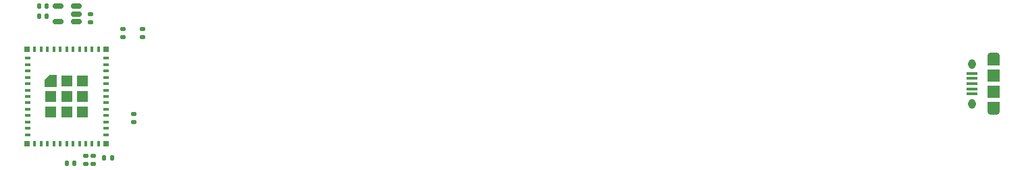
<source format=gbr>
%TF.GenerationSoftware,KiCad,Pcbnew,7.0.9*%
%TF.CreationDate,2024-01-25T10:28:19-08:00*%
%TF.ProjectId,Max7219_FC16,4d617837-3231-4395-9f46-4331362e6b69,rev?*%
%TF.SameCoordinates,Original*%
%TF.FileFunction,Paste,Bot*%
%TF.FilePolarity,Positive*%
%FSLAX46Y46*%
G04 Gerber Fmt 4.6, Leading zero omitted, Abs format (unit mm)*
G04 Created by KiCad (PCBNEW 7.0.9) date 2024-01-25 10:28:19*
%MOMM*%
%LPD*%
G01*
G04 APERTURE LIST*
G04 Aperture macros list*
%AMRoundRect*
0 Rectangle with rounded corners*
0 $1 Rounding radius*
0 $2 $3 $4 $5 $6 $7 $8 $9 X,Y pos of 4 corners*
0 Add a 4 corners polygon primitive as box body*
4,1,4,$2,$3,$4,$5,$6,$7,$8,$9,$2,$3,0*
0 Add four circle primitives for the rounded corners*
1,1,$1+$1,$2,$3*
1,1,$1+$1,$4,$5*
1,1,$1+$1,$6,$7*
1,1,$1+$1,$8,$9*
0 Add four rect primitives between the rounded corners*
20,1,$1+$1,$2,$3,$4,$5,0*
20,1,$1+$1,$4,$5,$6,$7,0*
20,1,$1+$1,$6,$7,$8,$9,0*
20,1,$1+$1,$8,$9,$2,$3,0*%
%AMFreePoly0*
4,1,6,0.725000,-0.725000,-0.125000,-0.725000,-0.725000,-0.125000,-0.725000,0.725000,0.725000,0.725000,0.725000,-0.725000,0.725000,-0.725000,$1*%
G04 Aperture macros list end*
%ADD10RoundRect,0.135000X-0.185000X0.135000X-0.185000X-0.135000X0.185000X-0.135000X0.185000X0.135000X0*%
%ADD11R,1.550000X1.500000*%
%ADD12R,1.550000X1.200000*%
%ADD13R,1.350000X0.400000*%
%ADD14O,0.950000X1.250000*%
%ADD15O,1.550000X0.890000*%
%ADD16RoundRect,0.140000X0.140000X0.170000X-0.140000X0.170000X-0.140000X-0.170000X0.140000X-0.170000X0*%
%ADD17RoundRect,0.150000X0.512500X0.150000X-0.512500X0.150000X-0.512500X-0.150000X0.512500X-0.150000X0*%
%ADD18RoundRect,0.140000X-0.140000X-0.170000X0.140000X-0.170000X0.140000X0.170000X-0.140000X0.170000X0*%
%ADD19R,0.400000X0.800000*%
%ADD20R,0.800000X0.400000*%
%ADD21R,1.450000X1.450000*%
%ADD22FreePoly0,270.000000*%
%ADD23R,0.700000X0.700000*%
G04 APERTURE END LIST*
D10*
%TO.C,R10*%
X48666400Y-56784000D03*
X48666400Y-57804000D03*
%TD*%
%TO.C,R9*%
X42646600Y-62012400D03*
X42646600Y-63032400D03*
%TD*%
%TO.C,R8*%
X43637200Y-62014400D03*
X43637200Y-63034400D03*
%TD*%
D11*
%TO.C,J1*%
X156438600Y-52000000D03*
D12*
X156438600Y-55900000D03*
D11*
X156438600Y-54000000D03*
D12*
X156438600Y-50100000D03*
D13*
X153738600Y-54300000D03*
X153738600Y-53650000D03*
X153738600Y-53000000D03*
X153738600Y-52350000D03*
X153738600Y-51700000D03*
D14*
X153738600Y-50500000D03*
X153738600Y-55500000D03*
D15*
X156438600Y-56500000D03*
X156438600Y-49500000D03*
%TD*%
D16*
%TO.C,C8*%
X41269800Y-63007000D03*
X40309800Y-63007000D03*
%TD*%
%TO.C,C7*%
X44988600Y-62295800D03*
X45948600Y-62295800D03*
%TD*%
D17*
%TO.C,U10*%
X41518000Y-43281600D03*
X41518000Y-44231600D03*
X41518000Y-45181600D03*
X39243000Y-45181600D03*
X39243000Y-43281600D03*
%TD*%
D10*
%TO.C,R7*%
X43256200Y-44297600D03*
X43256200Y-45317600D03*
%TD*%
%TO.C,R6*%
X49758600Y-46089000D03*
X49758600Y-47109000D03*
%TD*%
%TO.C,R5*%
X47345600Y-47117000D03*
X47345600Y-46097000D03*
%TD*%
D18*
%TO.C,C6*%
X37815400Y-44500800D03*
X36855400Y-44500800D03*
%TD*%
%TO.C,C5*%
X37764600Y-43281600D03*
X36804600Y-43281600D03*
%TD*%
D19*
%TO.C,U9*%
X36292000Y-48700000D03*
X37092000Y-48700000D03*
X37892000Y-48700000D03*
X38692000Y-48700000D03*
X39492000Y-48700000D03*
X40292000Y-48700000D03*
X41092000Y-48700000D03*
X41892000Y-48700000D03*
X42692000Y-48700000D03*
X43492000Y-48700000D03*
X44292000Y-48700000D03*
D20*
X45192000Y-49800000D03*
X45192000Y-50600000D03*
X45192000Y-51400000D03*
X45192000Y-52200000D03*
X45192000Y-53000000D03*
X45192000Y-53800000D03*
X45192000Y-54600000D03*
X45192000Y-55400000D03*
X45192000Y-56200000D03*
X45192000Y-57000000D03*
X45192000Y-57800000D03*
X45192000Y-58600000D03*
X45192000Y-59400000D03*
D19*
X44292000Y-60500000D03*
X43492000Y-60500000D03*
X42692000Y-60500000D03*
X41892000Y-60500000D03*
X41092000Y-60500000D03*
X40292000Y-60500000D03*
X39492000Y-60500000D03*
X38692000Y-60500000D03*
X37892000Y-60500000D03*
X37092000Y-60500000D03*
X36292000Y-60500000D03*
D20*
X35392000Y-59400000D03*
X35392000Y-58600000D03*
X35392000Y-57800000D03*
X35392000Y-57000000D03*
X35392000Y-56200000D03*
X35392000Y-55400000D03*
X35392000Y-54600000D03*
X35392000Y-53800000D03*
X35392000Y-53000000D03*
X35392000Y-52200000D03*
X35392000Y-51400000D03*
X35392000Y-50600000D03*
X35392000Y-49800000D03*
D21*
X42267000Y-52625000D03*
X40292000Y-52625000D03*
D22*
X38317000Y-52625000D03*
D21*
X42267000Y-54600000D03*
X40292000Y-54600000D03*
X38317000Y-54600000D03*
X42267000Y-56575000D03*
X40292000Y-56575000D03*
X38317000Y-56575000D03*
D23*
X35342000Y-60550000D03*
X45242000Y-60550000D03*
X45242000Y-48650000D03*
X35342000Y-48650000D03*
%TD*%
M02*

</source>
